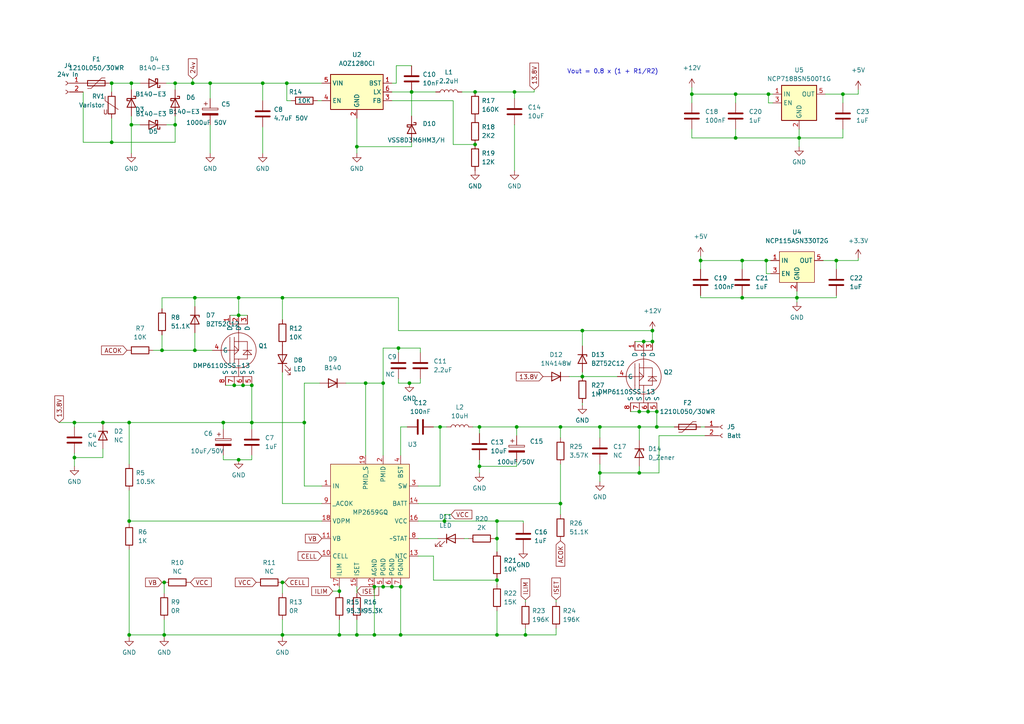
<source format=kicad_sch>
(kicad_sch (version 20230121) (generator eeschema)
  (paper "A4")
  (lib_symbols
    (symbol "Connector:Conn_01x02_Female" (pin_names (offset 1.016) hide)
      (property "Reference" "J" (at 0 2.54 0))
      (property "Value" "Conn_01x02_Female" (at 0 -5.08 0))
      (symbol "Conn_01x02_Female_1_1"
        (pin passive line (at -5.08 0 0) (length 3.81) (name "Pin_1") (number "1"))
        (pin passive line (at -5.08 -2.54 0) (length 3.81) (name "Pin_2") (number "2"))
      )
    )
    (symbol "Device:C" (pin_numbers hide) (pin_names (offset 0.254))
      (property "Reference" "C" (at 0.635 2.54 0))
      (property "Value" "C" (at 0.635 -2.54 0))
      (symbol "C_1_1"
        (pin passive line (at 0 3.81 270) (length 2.794) (name "~") (number "1"))
        (pin passive line (at 0 -3.81 90) (length 2.794) (name "~") (number "2"))
      )
    )
    (symbol "Device:C_Polarized" (pin_numbers hide) (pin_names (offset 0.254))
      (property "Reference" "C" (at 0.635 2.54 0))
      (property "Value" "C_Polarized" (at 0.635 -2.54 0))
      (symbol "C_Polarized_1_1"
        (pin passive line (at 0 3.81 270) (length 2.794) (name "~") (number "1"))
        (pin passive line (at 0 -3.81 90) (length 2.794) (name "~") (number "2"))
      )
    )
    (symbol "Device:D" (pin_numbers hide) (pin_names (offset 1.016) hide)
      (property "Reference" "D" (at 0 2.54 0))
      (property "Value" "D" (at 0 -2.54 0))
      (symbol "D_1_1"
        (pin passive line (at -3.81 0 0) (length 2.54) (name "K") (number "1"))
        (pin passive line (at 3.81 0 180) (length 2.54) (name "A") (number "2"))
      )
    )
    (symbol "Device:D_Schottky" (pin_numbers hide) (pin_names (offset 1.016) hide)
      (property "Reference" "D" (at 0 2.54 0))
      (property "Value" "D_Schottky" (at 0 -2.54 0))
      (symbol "D_Schottky_1_1"
        (pin passive line (at -3.81 0 0) (length 2.54) (name "K") (number "1"))
        (pin passive line (at 3.81 0 180) (length 2.54) (name "A") (number "2"))
      )
    )
    (symbol "Device:D_Zener" (pin_numbers hide) (pin_names (offset 1.016) hide)
      (property "Reference" "D" (at 0 2.54 0))
      (property "Value" "D_Zener" (at 0 -2.54 0))
      (symbol "D_Zener_1_1"
        (pin passive line (at -3.81 0 0) (length 2.54) (name "K") (number "1"))
        (pin passive line (at 3.81 0 180) (length 2.54) (name "A") (number "2"))
      )
    )
    (symbol "Device:L" (pin_numbers hide) (pin_names (offset 1.016) hide)
      (property "Reference" "L" (at -1.27 0 90))
      (property "Value" "L" (at 1.905 0 90))
      (symbol "L_1_1"
        (pin passive line (at 0 3.81 270) (length 1.27) (name "1") (number "1"))
        (pin passive line (at 0 -3.81 90) (length 1.27) (name "2") (number "2"))
      )
    )
    (symbol "Device:LED" (pin_numbers hide) (pin_names (offset 1.016) hide)
      (property "Reference" "D" (at 0 2.54 0))
      (property "Value" "LED" (at 0 -2.54 0))
      (symbol "LED_1_1"
        (pin passive line (at -3.81 0 0) (length 2.54) (name "K") (number "1"))
        (pin passive line (at 3.81 0 180) (length 2.54) (name "A") (number "2"))
      )
    )
    (symbol "Device:Polyfuse" (pin_numbers hide) (pin_names (offset 0))
      (property "Reference" "F" (at -2.54 0 90))
      (property "Value" "Polyfuse" (at 2.54 0 90))
      (symbol "Polyfuse_1_1"
        (pin passive line (at 0 3.81 270) (length 1.27) (name "~") (number "1"))
        (pin passive line (at 0 -3.81 90) (length 1.27) (name "~") (number "2"))
      )
    )
    (symbol "Device:R" (pin_numbers hide) (pin_names (offset 0))
      (property "Reference" "R" (at 2.032 0 90))
      (property "Value" "R" (at 0 0 90))
      (symbol "R_1_1"
        (pin passive line (at 0 3.81 270) (length 1.27) (name "~") (number "1"))
        (pin passive line (at 0 -3.81 90) (length 1.27) (name "~") (number "2"))
      )
    )
    (symbol "Device:Varistor" (pin_numbers hide) (pin_names (offset 0))
      (property "Reference" "RV" (at 3.175 0 90))
      (property "Value" "Varistor" (at -3.175 0 90))
      (symbol "Varistor_0_0"
        (text "U" (at -1.778 -2.032 0) (effects (font (size 1.27 1.27))))
      )
      (symbol "Varistor_1_1"
        (pin passive line (at 0 3.81 270) (length 1.27) (name "~") (number "1"))
        (pin passive line (at 0 -3.81 90) (length 1.27) (name "~") (number "2"))
      )
    )
    (symbol "Diode:B140-E3" (pin_numbers hide) (pin_names hide)
      (property "Reference" "D" (at 0 2.54 0))
      (property "Value" "B140-E3" (at 0 -2.54 0))
      (symbol "B140-E3_1_1"
        (pin passive line (at -3.81 0 0) (length 2.54) (name "K") (number "1"))
        (pin passive line (at 3.81 0 180) (length 2.54) (name "A") (number "2"))
      )
    )
    (symbol "Regulator_Linear:NCP718xSN500"
      (property "Reference" "U" (at -3.81 6.35 0))
      (property "Value" "NCP718xSN500" (at 6.35 6.35 0))
      (symbol "NCP718xSN500_0_1"
        (pin power_in line (at -7.62 2.54 0) (length 2.54) (name "IN") (number "1"))
        (pin power_in line (at 0 -7.62 90) (length 2.54) (name "GND") (number "2"))
        (pin input line (at -7.62 0 0) (length 2.54) (name "EN") (number "3"))
        (pin no_connect line (at 5.08 0 180) (length 2.54) hide (name "NC") (number "4"))
        (pin power_out line (at 7.62 2.54 180) (length 2.54) (name "OUT") (number "5"))
      )
    )
    (symbol "Regulator_Switching:AOZ1280CI"
      (property "Reference" "U" (at -6.35 -6.35 0))
      (property "Value" "AOZ1280CI" (at -2.54 6.35 0))
      (symbol "AOZ1280CI_1_1"
        (pin input line (at 10.16 2.54 180) (length 2.54) (name "BST") (number "1"))
        (pin power_in line (at 0 -7.62 90) (length 2.54) (name "GND") (number "2"))
        (pin input line (at 10.16 -2.54 180) (length 2.54) (name "FB") (number "3"))
        (pin input line (at -10.16 -2.54 0) (length 2.54) (name "EN") (number "4"))
        (pin power_in line (at -10.16 2.54 0) (length 2.54) (name "VIN") (number "5"))
        (pin power_out line (at 10.16 0 180) (length 2.54) (name "LX") (number "6"))
      )
    )
    (symbol "battery_management:MP2659GQ"
      (property "Reference" "U" (at -10.16 17.78 0))
      (property "Value" "MP2659GQ" (at 0 -2.54 0))
      (symbol "MP2659GQ_1_1"
        (pin input line (at -13.97 10.16 0) (length 2.54) (name "IN") (number "1"))
        (pin input line (at -13.97 -10.16 0) (length 2.54) (name "CELL") (number "10"))
        (pin input line (at -13.97 -5.08 0) (length 2.54) (name "VB") (number "11"))
        (pin input line (at 1.27 -19.05 90) (length 2.54) (name "AGND") (number "12"))
        (pin input line (at 13.97 -10.16 180) (length 2.54) (name "NTC") (number "13"))
        (pin input line (at 13.97 5.08 180) (length 2.54) (name "BATT") (number "14"))
        (pin input line (at -3.81 -19.05 90) (length 2.54) (name "ISET") (number "15"))
        (pin input line (at 13.97 0 180) (length 2.54) (name "VCC") (number "16"))
        (pin input line (at -8.89 -19.05 90) (length 2.54) (name "ILIM") (number "17"))
        (pin input line (at -13.97 0 0) (length 2.54) (name "VDPM") (number "18"))
        (pin input line (at -1.27 19.05 270) (length 2.54) (name "PMID_S") (number "19"))
        (pin input line (at 3.81 19.05 270) (length 2.54) (name "PMID") (number "2"))
        (pin input line (at 13.97 10.16 180) (length 2.54) (name "SW") (number "3"))
        (pin input line (at 8.89 19.05 270) (length 2.54) (name "BST") (number "4"))
        (pin input line (at 3.81 -19.05 90) (length 2.54) (name "PGND") (number "5"))
        (pin input line (at 6.35 -19.05 90) (length 2.54) (name "PGND") (number "6"))
        (pin input line (at 8.89 -19.05 90) (length 2.54) (name "PGND") (number "7"))
        (pin input line (at 13.97 -5.08 180) (length 2.54) (name "~STAT") (number "8"))
        (pin input line (at -13.97 5.08 0) (length 2.54) (name "_ACOK") (number "9"))
      )
    )
    (symbol "fets:AM4417P"
      (property "Reference" "Q" (at -10.16 7.62 0))
      (property "Value" "AM4417P" (at 5.08 7.62 0))
      (symbol "AM4417P_1_1"
        (pin input line (at -6.35 10.16 270) (length 2.54) (name "D") (number "1"))
        (pin input line (at -3.81 10.16 270) (length 2.54) (name "D") (number "2"))
        (pin input line (at -1.27 10.16 270) (length 2.54) (name "D") (number "3"))
        (pin input line (at -11.43 0 0) (length 2.54) (name "G") (number "4"))
        (pin input line (at 0 -10.16 90) (length 2.54) (name "S") (number "5"))
        (pin input line (at -2.54 -10.16 90) (length 2.54) (name "S") (number "6"))
        (pin input line (at -5.08 -10.16 90) (length 2.54) (name "S") (number "7"))
        (pin input line (at -7.62 -10.16 90) (length 2.54) (name "S") (number "8"))
      )
    )
    (symbol "ldo:NCP115ASN330T2G"
      (property "Reference" "U" (at -3.81 3.81 0))
      (property "Value" "NCP115ASN330T2G" (at 0 6.35 0))
      (symbol "NCP115ASN330T2G_1_1"
        (pin input line (at -7.62 0 0) (length 2.54) (name "IN") (number "1"))
        (pin input line (at 0 -8.89 90) (length 2.54) (name "GND") (number "2"))
        (pin input line (at -7.62 -3.81 0) (length 2.54) (name "EN") (number "3"))
        (pin input line (at 7.62 0 180) (length 2.54) (name "OUT") (number "5"))
      )
    )
    (symbol "power:+12V" (power) (pin_names (offset 0))
      (property "Value" "+12V" (at 0 3.556 0))
      (symbol "+12V_1_1"
        (pin power_in line (at 0 0 90) (length 0) hide (name "+12V") (number "1"))
      )
    )
    (symbol "power:+3.3V" (power) (pin_names (offset 0))
      (property "Value" "+3.3V" (at 0 3.556 0))
      (symbol "+3.3V_1_1"
        (pin power_in line (at 0 0 90) (length 0) hide (name "+3.3V") (number "1"))
      )
    )
    (symbol "power:+5V" (power) (pin_names (offset 0))
      (property "Value" "+5V" (at 0 3.556 0))
      (symbol "+5V_1_1"
        (pin power_in line (at 0 0 90) (length 0) hide (name "+5V") (number "1"))
      )
    )
    (symbol "power:GND" (power) (pin_names (offset 0))
      (property "Value" "GND" (at 0 -3.81 0))
      (symbol "GND_1_1"
        (pin power_in line (at 0 0 270) (length 0) hide (name "GND") (number "1"))
      )
    )
  )
  (junction (at 139.065 135.255))
  (junction (at 32.385 24.13))
  (junction (at 69.215 91.44))
  (junction (at 32.385 41.275))
  (junction (at 242.57 75.565))
  (junction (at 173.99 123.825))
  (junction (at 37.465 184.15))
  (junction (at 56.515 101.6))
  (junction (at 83.185 24.13))
  (junction (at 56.515 86.36))
  (junction (at 37.465 122.555))
  (junction (at 113.665 170.18))
  (junction (at 111.125 170.18))
  (junction (at 38.1 36.195))
  (junction (at 69.215 133.35))
  (junction (at 144.145 184.15))
  (junction (at 50.8 36.195))
  (junction (at 103.505 42.545))
  (junction (at 98.425 171.45))
  (junction (at 222.885 27.305))
  (junction (at 116.205 170.18))
  (junction (at 81.915 168.91))
  (junction (at 162.56 123.825))
  (junction (at 119.38 26.67))
  (junction (at 162.56 146.05))
  (junction (at 118.745 111.125))
  (junction (at 50.8 24.13))
  (junction (at 215.265 86.36))
  (junction (at 200.66 27.305))
  (junction (at 81.915 184.15))
  (junction (at 106.045 111.125))
  (junction (at 127.635 123.825))
  (junction (at 73.025 122.555))
  (junction (at 222.25 75.565))
  (junction (at 186.69 99.06))
  (junction (at 115.57 100.965))
  (junction (at 137.795 26.67))
  (junction (at 185.42 137.16))
  (junction (at 37.465 151.13))
  (junction (at 149.225 26.67))
  (junction (at 144.145 156.21))
  (junction (at 108.585 170.18))
  (junction (at 244.475 27.305))
  (junction (at 128.905 151.13))
  (junction (at 231.775 40.005))
  (junction (at 168.91 95.885))
  (junction (at 21.59 132.715))
  (junction (at 189.23 95.885))
  (junction (at 21.59 122.555))
  (junction (at 190.5 119.38))
  (junction (at 213.36 40.005))
  (junction (at 69.215 86.36))
  (junction (at 38.1 24.13))
  (junction (at 215.265 75.565))
  (junction (at 47.625 168.91))
  (junction (at 76.2 24.13))
  (junction (at 231.14 86.36))
  (junction (at 98.425 184.15))
  (junction (at 55.88 24.13))
  (junction (at 144.145 168.275))
  (junction (at 185.42 123.825))
  (junction (at 189.23 99.06))
  (junction (at 81.915 86.36))
  (junction (at 111.125 111.125))
  (junction (at 73.025 111.76))
  (junction (at 67.945 111.76))
  (junction (at 64.77 122.555))
  (junction (at 190.5 123.825))
  (junction (at 139.065 123.825))
  (junction (at 168.91 109.22))
  (junction (at 185.42 119.38))
  (junction (at 88.265 122.555))
  (junction (at 173.99 137.16))
  (junction (at 116.205 184.15))
  (junction (at 103.505 184.15))
  (junction (at 187.96 119.38))
  (junction (at 152.4 184.15))
  (junction (at 70.485 111.76))
  (junction (at 108.585 184.15))
  (junction (at 47.625 184.15))
  (junction (at 46.99 101.6))
  (junction (at 137.795 41.91))
  (junction (at 29.845 122.555))
  (junction (at 213.36 27.305))
  (junction (at 203.2 75.565))
  (junction (at 149.86 123.825))
  (junction (at 144.145 151.13))
  (junction (at 60.96 24.13))
  (wire (pts (xy 231.775 40.005) (xy 244.475 40.005)))
  (wire (pts (xy 106.045 111.125) (xy 111.125 111.125)))
  (wire (pts (xy 139.065 133.35) (xy 139.065 135.255)))
  (wire (pts (xy 149.86 123.825) (xy 139.065 123.825)))
  (wire (pts (xy 119.38 26.67) (xy 119.38 33.655)))
  (wire (pts (xy 55.88 22.86) (xy 55.88 24.13)))
  (wire (pts (xy 222.25 79.375) (xy 223.52 79.375)))
  (wire (pts (xy 149.86 126.365) (xy 149.86 123.825)))
  (wire (pts (xy 100.33 111.125) (xy 106.045 111.125)))
  (wire (pts (xy 98.425 170.18) (xy 98.425 171.45)))
  (wire (pts (xy 151.765 151.13) (xy 144.145 151.13)))
  (wire (pts (xy 231.14 86.36) (xy 215.265 86.36)))
  (wire (pts (xy 222.25 75.565) (xy 222.25 79.375)))
  (wire (pts (xy 47.625 168.91) (xy 46.99 168.91)))
  (wire (pts (xy 38.1 24.13) (xy 40.64 24.13)))
  (wire (pts (xy 190.5 123.825) (xy 195.58 123.825)))
  (wire (pts (xy 248.92 75.565) (xy 242.57 75.565)))
  (wire (pts (xy 152.4 173.99) (xy 152.4 174.625)))
  (wire (pts (xy 125.73 161.29) (xy 125.73 168.275)))
  (wire (pts (xy 244.475 27.305) (xy 239.395 27.305)))
  (wire (pts (xy 144.145 168.275) (xy 144.145 167.64)))
  (wire (pts (xy 69.215 86.36) (xy 81.915 86.36)))
  (wire (pts (xy 222.885 27.305) (xy 213.36 27.305)))
  (wire (pts (xy 47.625 184.15) (xy 81.915 184.15)))
  (wire (pts (xy 21.59 131.445) (xy 21.59 132.715)))
  (wire (pts (xy 76.2 24.13) (xy 83.185 24.13)))
  (wire (pts (xy 81.915 184.15) (xy 81.915 184.785)))
  (wire (pts (xy 149.86 135.255) (xy 149.86 133.985)))
  (wire (pts (xy 144.145 184.15) (xy 116.205 184.15)))
  (wire (pts (xy 185.42 119.38) (xy 187.96 119.38)))
  (wire (pts (xy 115.57 111.125) (xy 118.745 111.125)))
  (wire (pts (xy 50.8 36.195) (xy 50.8 41.275)))
  (wire (pts (xy 47.625 179.705) (xy 47.625 184.15)))
  (wire (pts (xy 162.56 123.825) (xy 162.56 127)))
  (wire (pts (xy 213.36 40.005) (xy 231.775 40.005)))
  (wire (pts (xy 231.14 86.36) (xy 231.14 87.63)))
  (wire (pts (xy 64.77 132.08) (xy 64.77 133.35)))
  (wire (pts (xy 66.675 91.44) (xy 69.215 91.44)))
  (wire (pts (xy 133.985 26.67) (xy 137.795 26.67)))
  (wire (pts (xy 168.91 95.885) (xy 168.91 100.33)))
  (wire (pts (xy 139.065 135.255) (xy 139.065 137.16)))
  (wire (pts (xy 56.515 88.9) (xy 56.515 86.36)))
  (wire (pts (xy 83.185 29.21) (xy 83.185 24.13)))
  (wire (pts (xy 186.69 99.06) (xy 189.23 99.06)))
  (wire (pts (xy 108.585 170.18) (xy 108.585 184.15)))
  (wire (pts (xy 60.96 24.13) (xy 60.96 28.575)))
  (wire (pts (xy 231.775 40.005) (xy 231.775 42.545)))
  (wire (pts (xy 88.265 140.97) (xy 93.345 140.97)))
  (wire (pts (xy 121.285 161.29) (xy 125.73 161.29)))
  (wire (pts (xy 115.57 86.36) (xy 115.57 95.885)))
  (wire (pts (xy 161.29 184.15) (xy 152.4 184.15)))
  (wire (pts (xy 73.025 124.46) (xy 73.025 122.555)))
  (wire (pts (xy 76.2 36.83) (xy 76.2 44.45)))
  (wire (pts (xy 119.38 19.05) (xy 114.935 19.05)))
  (wire (pts (xy 88.265 111.125) (xy 88.265 122.555)))
  (wire (pts (xy 47.625 184.15) (xy 47.625 184.785)))
  (wire (pts (xy 38.1 36.195) (xy 38.1 33.655)))
  (wire (pts (xy 37.465 184.15) (xy 47.625 184.15)))
  (wire (pts (xy 108.585 170.18) (xy 111.125 170.18)))
  (wire (pts (xy 213.36 37.465) (xy 213.36 40.005)))
  (wire (pts (xy 32.385 34.29) (xy 32.385 41.275)))
  (wire (pts (xy 231.14 84.455) (xy 231.14 86.36)))
  (wire (pts (xy 144.145 156.21) (xy 144.145 160.02)))
  (wire (pts (xy 32.385 24.13) (xy 32.385 26.67)))
  (wire (pts (xy 65.405 111.76) (xy 67.945 111.76)))
  (wire (pts (xy 125.73 123.825) (xy 127.635 123.825)))
  (wire (pts (xy 37.465 159.385) (xy 37.465 184.15)))
  (wire (pts (xy 69.215 91.44) (xy 69.215 86.36)))
  (wire (pts (xy 200.66 25.4) (xy 200.66 27.305)))
  (wire (pts (xy 149.225 36.195) (xy 149.225 49.53)))
  (wire (pts (xy 191.135 137.16) (xy 185.42 137.16)))
  (wire (pts (xy 73.025 122.555) (xy 64.77 122.555)))
  (wire (pts (xy 69.215 91.44) (xy 71.755 91.44)))
  (wire (pts (xy 116.205 184.15) (xy 116.205 170.18)))
  (wire (pts (xy 213.36 27.305) (xy 213.36 29.845)))
  (wire (pts (xy 231.14 86.36) (xy 242.57 86.36)))
  (wire (pts (xy 143.51 156.21) (xy 144.145 156.21)))
  (wire (pts (xy 88.265 122.555) (xy 88.265 140.97)))
  (wire (pts (xy 222.25 75.565) (xy 223.52 75.565)))
  (wire (pts (xy 81.915 146.05) (xy 93.345 146.05)))
  (wire (pts (xy 113.665 170.18) (xy 116.205 170.18)))
  (wire (pts (xy 29.845 132.715) (xy 29.845 130.175)))
  (wire (pts (xy 185.42 127.635) (xy 185.42 123.825)))
  (wire (pts (xy 139.065 135.255) (xy 149.86 135.255)))
  (wire (pts (xy 48.26 36.195) (xy 50.8 36.195)))
  (wire (pts (xy 119.38 26.67) (xy 126.365 26.67)))
  (wire (pts (xy 115.57 95.885) (xy 168.91 95.885)))
  (wire (pts (xy 98.425 171.45) (xy 98.425 172.085)))
  (wire (pts (xy 184.15 99.06) (xy 186.69 99.06)))
  (wire (pts (xy 83.185 24.13) (xy 93.345 24.13)))
  (wire (pts (xy 108.585 184.15) (xy 103.505 184.15)))
  (wire (pts (xy 81.915 107.95) (xy 81.915 146.05)))
  (wire (pts (xy 108.585 184.15) (xy 116.205 184.15)))
  (wire (pts (xy 98.425 179.705) (xy 98.425 184.15)))
  (wire (pts (xy 144.145 168.275) (xy 144.145 169.545)))
  (wire (pts (xy 64.77 122.555) (xy 64.77 124.46)))
  (wire (pts (xy 231.775 37.465) (xy 231.775 40.005)))
  (wire (pts (xy 38.1 36.195) (xy 38.1 44.45)))
  (wire (pts (xy 215.265 85.725) (xy 215.265 86.36)))
  (wire (pts (xy 203.2 75.565) (xy 203.2 78.105)))
  (wire (pts (xy 165.1 109.22) (xy 168.91 109.22)))
  (wire (pts (xy 31.75 24.13) (xy 32.385 24.13)))
  (wire (pts (xy 81.915 168.91) (xy 81.915 172.085)))
  (wire (pts (xy 115.57 100.965) (xy 111.125 100.965)))
  (wire (pts (xy 70.485 111.76) (xy 73.025 111.76)))
  (wire (pts (xy 213.36 27.305) (xy 200.66 27.305)))
  (wire (pts (xy 24.13 41.275) (xy 24.13 26.67)))
  (wire (pts (xy 69.215 133.35) (xy 73.025 133.35)))
  (wire (pts (xy 46.99 86.36) (xy 56.515 86.36)))
  (wire (pts (xy 187.96 119.38) (xy 190.5 119.38)))
  (wire (pts (xy 127.635 123.825) (xy 129.54 123.825)))
  (wire (pts (xy 131.445 29.21) (xy 113.665 29.21)))
  (wire (pts (xy 168.91 109.22) (xy 179.07 109.22)))
  (wire (pts (xy 139.065 123.825) (xy 137.16 123.825)))
  (wire (pts (xy 130.81 149.225) (xy 128.905 149.225)))
  (wire (pts (xy 73.025 133.35) (xy 73.025 132.08)))
  (wire (pts (xy 203.2 85.725) (xy 203.2 86.36)))
  (wire (pts (xy 76.2 29.21) (xy 76.2 24.13)))
  (wire (pts (xy 162.56 123.825) (xy 149.86 123.825)))
  (wire (pts (xy 29.845 122.555) (xy 37.465 122.555)))
  (wire (pts (xy 73.025 122.555) (xy 88.265 122.555)))
  (wire (pts (xy 144.145 151.13) (xy 128.905 151.13)))
  (wire (pts (xy 215.265 75.565) (xy 222.25 75.565)))
  (wire (pts (xy 238.76 75.565) (xy 242.57 75.565)))
  (wire (pts (xy 81.915 86.36) (xy 81.915 92.71)))
  (wire (pts (xy 144.145 156.21) (xy 144.145 151.13)))
  (wire (pts (xy 185.42 137.16) (xy 173.99 137.16)))
  (wire (pts (xy 149.225 26.67) (xy 137.795 26.67)))
  (wire (pts (xy 203.2 123.825) (xy 204.47 123.825)))
  (wire (pts (xy 103.505 170.18) (xy 103.505 172.085)))
  (wire (pts (xy 82.55 168.91) (xy 81.915 168.91)))
  (wire (pts (xy 106.045 132.08) (xy 106.045 111.125)))
  (wire (pts (xy 111.125 100.965) (xy 111.125 111.125)))
  (wire (pts (xy 44.45 101.6) (xy 46.99 101.6)))
  (wire (pts (xy 114.935 24.13) (xy 113.665 24.13)))
  (wire (pts (xy 127.635 123.825) (xy 127.635 140.97)))
  (wire (pts (xy 203.2 74.295) (xy 203.2 75.565)))
  (wire (pts (xy 134.62 156.21) (xy 135.89 156.21)))
  (wire (pts (xy 121.92 111.125) (xy 121.92 109.855)))
  (wire (pts (xy 248.92 26.035) (xy 248.92 27.305)))
  (wire (pts (xy 248.92 74.93) (xy 248.92 75.565)))
  (wire (pts (xy 222.885 29.845) (xy 224.155 29.845)))
  (wire (pts (xy 162.56 134.62) (xy 162.56 146.05)))
  (wire (pts (xy 121.92 102.235) (xy 121.92 100.965)))
  (wire (pts (xy 203.2 75.565) (xy 215.265 75.565)))
  (wire (pts (xy 114.935 19.05) (xy 114.935 24.13)))
  (wire (pts (xy 161.29 173.99) (xy 161.29 174.625)))
  (wire (pts (xy 191.135 126.365) (xy 204.47 126.365)))
  (wire (pts (xy 149.225 28.575) (xy 149.225 26.67)))
  (wire (pts (xy 173.99 123.825) (xy 162.56 123.825)))
  (wire (pts (xy 128.905 151.13) (xy 121.285 151.13)))
  (wire (pts (xy 185.42 123.825) (xy 190.5 123.825)))
  (wire (pts (xy 92.71 111.125) (xy 88.265 111.125)))
  (wire (pts (xy 50.8 33.655) (xy 50.8 36.195)))
  (wire (pts (xy 73.025 111.76) (xy 73.025 122.555)))
  (wire (pts (xy 21.59 122.555) (xy 29.845 122.555)))
  (wire (pts (xy 116.205 123.825) (xy 118.11 123.825)))
  (wire (pts (xy 128.905 149.225) (xy 128.905 151.13)))
  (wire (pts (xy 24.13 41.275) (xy 32.385 41.275)))
  (wire (pts (xy 64.77 133.35) (xy 69.215 133.35)))
  (wire (pts (xy 115.57 100.965) (xy 115.57 102.235)))
  (wire (pts (xy 55.88 24.13) (xy 60.96 24.13)))
  (wire (pts (xy 244.475 27.305) (xy 244.475 29.845)))
  (wire (pts (xy 47.625 172.085) (xy 47.625 168.91)))
  (wire (pts (xy 248.92 27.305) (xy 244.475 27.305)))
  (wire (pts (xy 50.8 24.13) (xy 55.88 24.13)))
  (wire (pts (xy 244.475 37.465) (xy 244.475 40.005)))
  (wire (pts (xy 168.91 95.885) (xy 189.23 95.885)))
  (wire (pts (xy 121.92 100.965) (xy 115.57 100.965)))
  (wire (pts (xy 17.145 122.555) (xy 21.59 122.555)))
  (wire (pts (xy 98.425 184.15) (xy 103.505 184.15)))
  (wire (pts (xy 173.99 137.16) (xy 173.99 139.7)))
  (wire (pts (xy 93.345 29.21) (xy 92.075 29.21)))
  (wire (pts (xy 37.465 134.62) (xy 37.465 122.555)))
  (wire (pts (xy 222.885 27.305) (xy 222.885 29.845)))
  (wire (pts (xy 151.765 151.765) (xy 151.765 151.13)))
  (wire (pts (xy 173.99 134.62) (xy 173.99 137.16)))
  (wire (pts (xy 152.4 184.15) (xy 144.145 184.15)))
  (wire (pts (xy 191.135 126.365) (xy 191.135 137.16)))
  (wire (pts (xy 116.205 132.08) (xy 116.205 123.825)))
  (wire (pts (xy 137.795 41.91) (xy 131.445 41.91)))
  (wire (pts (xy 168.91 116.84) (xy 168.91 117.475)))
  (wire (pts (xy 111.125 170.18) (xy 113.665 170.18)))
  (wire (pts (xy 103.505 184.15) (xy 103.505 179.705)))
  (wire (pts (xy 161.29 182.245) (xy 161.29 184.15)))
  (wire (pts (xy 162.56 146.05) (xy 162.56 149.225)))
  (wire (pts (xy 154.94 26.035) (xy 154.94 26.67)))
  (wire (pts (xy 121.285 146.05) (xy 162.56 146.05)))
  (wire (pts (xy 224.155 27.305) (xy 222.885 27.305)))
  (wire (pts (xy 81.915 86.36) (xy 115.57 86.36)))
  (wire (pts (xy 131.445 41.91) (xy 131.445 29.21)))
  (wire (pts (xy 189.23 95.885) (xy 189.23 99.06)))
  (wire (pts (xy 37.465 151.13) (xy 37.465 151.765)))
  (wire (pts (xy 200.66 37.465) (xy 200.66 40.005)))
  (wire (pts (xy 56.515 86.36) (xy 69.215 86.36)))
  (wire (pts (xy 81.915 184.15) (xy 98.425 184.15)))
  (wire (pts (xy 119.38 42.545) (xy 103.505 42.545)))
  (wire (pts (xy 21.59 132.715) (xy 29.845 132.715)))
  (wire (pts (xy 190.5 119.38) (xy 190.5 123.825)))
  (wire (pts (xy 215.265 75.565) (xy 215.265 78.105)))
  (wire (pts (xy 242.57 85.725) (xy 242.57 86.36)))
  (wire (pts (xy 125.73 168.275) (xy 144.145 168.275)))
  (wire (pts (xy 127.635 140.97) (xy 121.285 140.97)))
  (wire (pts (xy 200.66 27.305) (xy 200.66 29.845)))
  (wire (pts (xy 60.96 24.13) (xy 76.2 24.13)))
  (wire (pts (xy 190.5 118.745) (xy 190.5 119.38)))
  (wire (pts (xy 185.42 135.255) (xy 185.42 137.16)))
  (wire (pts (xy 37.465 122.555) (xy 64.77 122.555)))
  (wire (pts (xy 37.465 184.15) (xy 37.465 184.785)))
  (wire (pts (xy 50.8 41.275) (xy 32.385 41.275)))
  (wire (pts (xy 144.145 177.165) (xy 144.145 184.15)))
  (wire (pts (xy 56.515 96.52) (xy 56.515 101.6)))
  (wire (pts (xy 242.57 75.565) (xy 242.57 78.105)))
  (wire (pts (xy 103.505 34.29) (xy 103.505 42.545)))
  (wire (pts (xy 21.59 123.825) (xy 21.59 122.555)))
  (wire (pts (xy 119.38 41.275) (xy 119.38 42.545)))
  (wire (pts (xy 37.465 151.13) (xy 93.345 151.13)))
  (wire (pts (xy 37.465 142.24) (xy 37.465 151.13)))
  (wire (pts (xy 121.285 156.21) (xy 127 156.21)))
  (wire (pts (xy 115.57 109.855) (xy 115.57 111.125)))
  (wire (pts (xy 96.52 171.45) (xy 98.425 171.45)))
  (wire (pts (xy 84.455 29.21) (xy 83.185 29.21)))
  (wire (pts (xy 56.515 101.6) (xy 61.595 101.6)))
  (wire (pts (xy 32.385 24.13) (xy 38.1 24.13)))
  (wire (pts (xy 118.745 111.125) (xy 121.92 111.125)))
  (wire (pts (xy 21.59 132.715) (xy 21.59 135.255)))
  (wire (pts (xy 111.125 111.125) (xy 111.125 132.08)))
  (wire (pts (xy 38.1 24.13) (xy 38.1 26.035)))
  (wire (pts (xy 154.94 26.67) (xy 149.225 26.67)))
  (wire (pts (xy 60.96 36.195) (xy 60.96 44.45)))
  (wire (pts (xy 50.8 26.035) (xy 50.8 24.13)))
  (wire (pts (xy 215.265 86.36) (xy 203.2 86.36)))
  (wire (pts (xy 200.66 40.005) (xy 213.36 40.005)))
  (wire (pts (xy 67.945 111.76) (xy 70.485 111.76)))
  (wire (pts (xy 56.515 101.6) (xy 46.99 101.6)))
  (wire (pts (xy 152.4 182.245) (xy 152.4 184.15)))
  (wire (pts (xy 103.505 42.545) (xy 103.505 44.45)))
  (wire (pts (xy 139.065 123.825) (xy 139.065 125.73)))
  (wire (pts (xy 50.8 24.13) (xy 48.26 24.13)))
  (wire (pts (xy 182.88 119.38) (xy 185.42 119.38)))
  (wire (pts (xy 46.99 89.535) (xy 46.99 86.36)))
  (wire (pts (xy 173.99 127) (xy 173.99 123.825)))
  (wire (pts (xy 113.665 26.67) (xy 119.38 26.67)))
  (wire (pts (xy 185.42 123.825) (xy 173.99 123.825)))
  (wire (pts (xy 168.91 107.95) (xy 168.91 109.22)))
  (wire (pts (xy 46.99 101.6) (xy 46.99 97.155)))
  (wire (pts (xy 40.64 36.195) (xy 38.1 36.195)))
  (wire (pts (xy 81.915 179.705) (xy 81.915 184.15)))
  (text "Vout = 0.8 x (1 + R1/R2)" (at 164.465 21.59 0) (effects (font (size 1.27 1.27)) (justify left bottom)))
  (global_label "13.8V" (shape input) (at 157.48 109.22 180) (property "Intersheetrefs" "${INTERSHEET_REFS}" (effects hide)))
  (global_label "24v" (shape input) (at 55.88 22.86 90) (property "Intersheetrefs" "${INTERSHEET_REFS}" (effects hide)))
  (global_label "ACOK" (shape input) (at 36.83 101.6 180) (property "Intersheetrefs" "${INTERSHEET_REFS}" (effects hide)))
  (global_label "VCC" (shape input) (at 130.81 149.225 0) (property "Intersheetrefs" "${INTERSHEET_REFS}" (effects hide)))
  (global_label "VB" (shape input) (at 93.345 156.21 180) (property "Intersheetrefs" "${INTERSHEET_REFS}" (effects hide)))
  (global_label "13.8V" (shape input) (at 154.94 26.035 90) (property "Intersheetrefs" "${INTERSHEET_REFS}" (effects hide)))
  (global_label "ACOK" (shape input) (at 162.56 156.845 270) (property "Intersheetrefs" "${INTERSHEET_REFS}" (effects hide)))
  (global_label "ILIM" (shape input) (at 152.4 173.99 90) (property "Intersheetrefs" "${INTERSHEET_REFS}" (effects hide)))
  (global_label "CELL" (shape input) (at 93.345 161.29 180) (property "Intersheetrefs" "${INTERSHEET_REFS}" (effects hide)))
  (global_label "ISET" (shape input) (at 103.505 171.45 0) (property "Intersheetrefs" "${INTERSHEET_REFS}" (effects hide)))
  (global_label "CELL" (shape input) (at 82.55 168.91 0) (property "Intersheetrefs" "${INTERSHEET_REFS}" (effects hide)))
  (global_label "ISET" (shape input) (at 161.29 173.99 90) (property "Intersheetrefs" "${INTERSHEET_REFS}" (effects hide)))
  (global_label "VCC" (shape input) (at 74.295 168.91 180) (property "Intersheetrefs" "${INTERSHEET_REFS}" (effects hide)))
  (global_label "13.8V" (shape input) (at 17.145 122.555 90) (property "Intersheetrefs" "${INTERSHEET_REFS}" (effects hide)))
  (global_label "VB" (shape input) (at 46.99 168.91 180) (property "Intersheetrefs" "${INTERSHEET_REFS}" (effects hide)))
  (global_label "VCC" (shape input) (at 55.245 168.91 0) (property "Intersheetrefs" "${INTERSHEET_REFS}" (effects hide)))
  (global_label "ILIM" (shape input) (at 96.52 171.45 180) (property "Intersheetrefs" "${INTERSHEET_REFS}" (effects hide)))
  (symbol (lib_id "power:GND") (at 151.765 159.385 0) (unit 1)
    (property "Reference" "#PWR0127" (effects hide))
    (property "Value" "GND" (at 151.765 163.83 0))
  )
  (symbol (lib_id "power:GND") (at 149.225 49.53 0) (unit 1)
    (property "Reference" "#PWR0134" (effects hide))
    (property "Value" "GND" (at 149.225 53.975 0))
  )
  (symbol (lib_id "power:GND") (at 47.625 184.785 0) (unit 1)
    (property "Reference" "#PWR0123" (effects hide))
    (property "Value" "GND" (at 47.625 189.23 0))
  )
  (symbol (lib_id "power:GND") (at 81.915 184.785 0) (unit 1)
    (property "Reference" "#PWR0125" (effects hide))
    (property "Value" "GND" (at 81.915 189.23 0))
  )
  (symbol (lib_id "Device:C") (at 21.59 127.635 180) (unit 1)
    (property "Reference" "C4" (at 25.4 126.3649 0) (effects (justify right)))
    (property "Value" "NC" (at 25.4 128.9049 0) (effects (justify right)))
    (property "Footprint" "Capacitor_SMD:C_0603_1608Metric" (effects hide))
  )
  (symbol (lib_id "power:GND") (at 76.2 44.45 0) (unit 1)
    (property "Reference" "#PWR0130" (effects hide))
    (property "Value" "GND" (at 76.2 48.895 0))
  )
  (symbol (lib_id "Device:C") (at 173.99 130.81 180) (unit 1)
    (property "Reference" "C17" (at 177.8 129.5399 0) (effects (justify right)))
    (property "Value" "NC" (at 177.8 132.0799 0) (effects (justify right)))
    (property "Footprint" "Capacitor_SMD:C_0603_1608Metric" (effects hide))
  )
  (symbol (lib_id "Connector:Conn_01x02_Female") (at 19.05 24.13 0) (mirror y) (unit 1)
    (property "Reference" "J4" (at 19.685 19.05 0))
    (property "Value" "24v In" (at 19.685 21.59 0))
    (property "Footprint" "Connector_Phoenix_MSTB:PhoenixContact_MSTBVA_2,5_2-G_1x02_P5.00mm_Vertical" (effects hide))
  )
  (symbol (lib_id "Device:D_Zener") (at 56.515 92.71 270) (unit 1)
    (property "Reference" "D7" (at 59.69 91.4399 90) (effects (justify left)))
    (property "Value" "BZT52C12" (at 59.69 93.9799 90) (effects (justify left)))
    (property "Footprint" "Diode_SMD:D_SOD-123" (effects hide))
  )
  (symbol (lib_id "power:GND") (at 60.96 44.45 0) (unit 1)
    (property "Reference" "#PWR0129" (effects hide))
    (property "Value" "GND" (at 60.96 48.895 0))
  )
  (symbol (lib_id "Device:R") (at 37.465 155.575 0) (unit 1)
    (property "Reference" "R6" (at 40.005 154.3049 0) (effects (justify left)))
    (property "Value" "1K" (at 40.005 156.8449 0) (effects (justify left)))
    (property "Footprint" "Resistor_SMD:R_0603_1608Metric_Pad0.98x0.95mm_HandSolder" (effects hide))
  )
  (symbol (lib_id "Device:D_Zener") (at 168.91 104.14 270) (unit 1)
    (property "Reference" "D13" (at 171.45 102.8699 90) (effects (justify left)))
    (property "Value" "BZT52C12" (at 171.45 105.4099 90) (effects (justify left)))
    (property "Footprint" "Diode_SMD:D_SOD-123" (effects hide))
  )
  (symbol (lib_id "Device:C") (at 213.36 33.655 0) (unit 1)
    (property "Reference" "C20" (at 217.17 32.3849 0) (effects (justify left)))
    (property "Value" "1uF" (at 217.17 34.9249 0) (effects (justify left)))
    (property "Footprint" "Capacitor_SMD:C_0603_1608Metric_Pad1.08x0.95mm_HandSolder" (effects hide))
  )
  (symbol (lib_id "fets:AM4417P") (at 190.5 109.22 0) (unit 1)
    (property "Reference" "Q2" (at 192.405 107.9499 0) (effects (justify left)))
    (property "Value" "DMP6110SSS-13" (at 173.355 113.665 0) (effects (justify left)))
    (property "Footprint" "Package_SO:SO-8_3.9x4.9mm_P1.27mm" (effects hide))
  )
  (symbol (lib_id "Device:C") (at 149.225 32.385 0) (unit 1)
    (property "Reference" "C14" (at 153.035 31.1149 0) (effects (justify left)))
    (property "Value" "10uF" (at 153.035 33.6549 0) (effects (justify left)))
    (property "Footprint" "Capacitor_SMD:C_0603_1608Metric" (effects hide))
  )
  (symbol (lib_id "Device:C_Polarized") (at 149.86 130.175 0) (unit 1)
    (property "Reference" "C15" (at 153.67 128.0159 0) (effects (justify left)))
    (property "Value" "100uF/50V" (at 144.145 133.985 0) (effects (justify left)))
    (property "Footprint" "Capacitor_SMD:CP_Elec_8x6.9" (effects hide))
  )
  (symbol (lib_id "power:+12V") (at 200.66 25.4 0) (unit 1)
    (property "Reference" "#PWR0122" (effects hide))
    (property "Value" "+12V" (at 200.66 19.685 0))
  )
  (symbol (lib_id "Device:D_Schottky") (at 119.38 37.465 270) (unit 1)
    (property "Reference" "D10" (at 122.555 35.8774 90) (effects (justify left)))
    (property "Value" "VSS8D3M6HM3/H" (at 112.395 40.64 90) (effects (justify left)))
    (property "Footprint" "diodes_ge:DO-221AD" (effects hide))
  )
  (symbol (lib_id "Device:C") (at 151.765 155.575 180) (unit 1)
    (property "Reference" "C16" (at 154.94 154.3049 0) (effects (justify right)))
    (property "Value" "1uF" (at 154.94 156.8449 0) (effects (justify right)))
    (property "Footprint" "Capacitor_SMD:C_0603_1608Metric" (effects hide))
  )
  (symbol (lib_id "power:+3.3V") (at 248.92 74.93 0) (unit 1)
    (property "Reference" "#PWR0120" (effects hide))
    (property "Value" "+3.3V" (at 248.92 69.85 0))
  )
  (symbol (lib_id "Device:R") (at 98.425 175.895 0) (unit 1)
    (property "Reference" "R15" (at 100.33 174.6249 0) (effects (justify left)))
    (property "Value" "95.3K" (at 100.33 177.1649 0) (effects (justify left)))
    (property "Footprint" "Resistor_SMD:R_0603_1608Metric_Pad0.98x0.95mm_HandSolder" (effects hide))
  )
  (symbol (lib_id "power:GND") (at 38.1 44.45 0) (unit 1)
    (property "Reference" "#PWR0135" (effects hide))
    (property "Value" "GND" (at 38.1 48.895 0))
  )
  (symbol (lib_id "Device:C") (at 215.265 81.915 0) (unit 1)
    (property "Reference" "C21" (at 219.075 80.6449 0) (effects (justify left)))
    (property "Value" "1uF" (at 219.075 83.1849 0) (effects (justify left)))
    (property "Footprint" "Capacitor_SMD:C_0603_1608Metric_Pad1.08x0.95mm_HandSolder" (effects hide))
  )
  (symbol (lib_id "Device:D_Zener") (at 185.42 131.445 270) (unit 1)
    (property "Reference" "D14" (at 187.96 130.1749 90) (effects (justify left)))
    (property "Value" "D_Zener" (at 187.96 132.7149 90) (effects (justify left)))
    (property "Footprint" "Diode_SMD:D_SOD-123" (effects hide))
  )
  (symbol (lib_id "Device:R") (at 103.505 175.895 0) (unit 1)
    (property "Reference" "R16" (at 105.41 174.6249 0) (effects (justify left)))
    (property "Value" "95.3K" (at 105.41 177.1649 0) (effects (justify left)))
    (property "Footprint" "Resistor_SMD:R_0603_1608Metric_Pad0.98x0.95mm_HandSolder" (effects hide))
  )
  (symbol (lib_id "Device:R") (at 137.795 38.1 0) (unit 1)
    (property "Reference" "R18" (at 139.7 36.8299 0) (effects (justify left)))
    (property "Value" "2K2" (at 139.7 39.3699 0) (effects (justify left)))
    (property "Footprint" "Resistor_SMD:R_0603_1608Metric_Pad0.98x0.95mm_HandSolder" (effects hide))
  )
  (symbol (lib_id "Device:R") (at 161.29 178.435 0) (unit 1)
    (property "Reference" "R24" (at 163.195 177.1649 0) (effects (justify left)))
    (property "Value" "196K" (at 163.195 179.7049 0) (effects (justify left)))
    (property "Footprint" "Resistor_SMD:R_0603_1608Metric_Pad0.98x0.95mm_HandSolder" (effects hide))
  )
  (symbol (lib_id "power:GND") (at 103.505 44.45 0) (unit 1)
    (property "Reference" "#PWR0132" (effects hide))
    (property "Value" "GND" (at 103.505 48.895 0))
  )
  (symbol (lib_id "battery_management:MP2659GQ") (at 107.315 151.13 0) (unit 1)
    (property "Reference" "U3" (at 118.2244 128.905 0) (effects (justify left)))
    (property "Value" "MP2659GQ" (at 102.235 148.59 0) (effects (justify left)))
    (property "Footprint" "MP2659:QFN-19_MP2659_MNP" (effects hide))
  )
  (symbol (lib_id "Diode:B140-E3") (at 50.8 29.845 270) (unit 1)
    (property "Reference" "D6" (at 53.975 28.2574 90) (effects (justify left)))
    (property "Value" "B140-E3" (at 48.895 32.385 90) (effects (justify left)))
    (property "Footprint" "Diode_SMD:D_SMA" (effects hide))
    (property "Datasheet" "http://www.vishay.com/docs/88946/b120.pdf" (effects hide))
  )
  (symbol (lib_id "power:GND") (at 21.59 135.255 0) (unit 1)
    (property "Reference" "#PWR0131" (effects hide))
    (property "Value" "GND" (at 21.59 139.7 0))
  )
  (symbol (lib_id "Device:LED") (at 130.81 156.21 0) (unit 1)
    (property "Reference" "D11" (at 129.2225 149.86 0))
    (property "Value" "LED" (at 129.2225 152.4 0))
    (property "Footprint" "LED_SMD:LED_0603_1608Metric_Pad1.05x0.95mm_HandSolder" (effects hide))
  )
  (symbol (lib_id "Device:C") (at 119.38 22.86 0) (unit 1)
    (property "Reference" "C10" (at 122.555 21.5899 0) (effects (justify left)))
    (property "Value" "10nF" (at 122.555 24.1299 0) (effects (justify left)))
    (property "Footprint" "Capacitor_SMD:C_0603_1608Metric" (effects hide))
  )
  (symbol (lib_id "Device:R") (at 88.265 29.21 90) (unit 1)
    (property "Reference" "R14" (at 85.725 26.67 90))
    (property "Value" "10K" (at 88.265 29.21 90))
    (property "Footprint" "Resistor_SMD:R_0603_1608Metric_Pad0.98x0.95mm_HandSolder" (effects hide))
  )
  (symbol (lib_id "Device:R") (at 81.915 96.52 0) (unit 1)
    (property "Reference" "R12" (at 83.82 95.2499 0) (effects (justify left)))
    (property "Value" "10K" (at 83.82 97.7899 0) (effects (justify left)))
    (property "Footprint" "Resistor_SMD:R_0603_1608Metric_Pad0.98x0.95mm_HandSolder" (effects hide))
  )
  (symbol (lib_id "Device:R") (at 51.435 168.91 90) (unit 1)
    (property "Reference" "R10" (at 51.435 163.195 90))
    (property "Value" "NC" (at 51.435 165.735 90))
    (property "Footprint" "Resistor_SMD:R_0603_1608Metric_Pad0.98x0.95mm_HandSolder" (effects hide))
  )
  (symbol (lib_id "power:GND") (at 173.99 139.7 0) (unit 1)
    (property "Reference" "#PWR0119" (effects hide))
    (property "Value" "GND" (at 173.99 144.145 0))
  )
  (symbol (lib_id "power:GND") (at 231.775 42.545 0) (unit 1)
    (property "Reference" "#PWR0117" (effects hide))
    (property "Value" "GND" (at 231.775 46.99 0))
  )
  (symbol (lib_id "Device:C") (at 244.475 33.655 0) (unit 1)
    (property "Reference" "C23" (at 248.285 32.3849 0) (effects (justify left)))
    (property "Value" "1uF" (at 248.285 34.9249 0) (effects (justify left)))
    (property "Footprint" "Capacitor_SMD:C_0603_1608Metric_Pad1.08x0.95mm_HandSolder" (effects hide))
  )
  (symbol (lib_id "Device:R") (at 46.99 93.345 0) (unit 1)
    (property "Reference" "R8" (at 49.53 92.0749 0) (effects (justify left)))
    (property "Value" "51.1K" (at 49.53 94.6149 0) (effects (justify left)))
    (property "Footprint" "Resistor_SMD:R_0603_1608Metric_Pad0.98x0.95mm_HandSolder" (effects hide))
  )
  (symbol (lib_id "Device:R") (at 81.915 175.895 0) (unit 1)
    (property "Reference" "R13" (at 83.82 174.6249 0) (effects (justify left)))
    (property "Value" "0R" (at 83.82 177.1649 0) (effects (justify left)))
    (property "Footprint" "Resistor_SMD:R_0603_1608Metric_Pad0.98x0.95mm_HandSolder" (effects hide))
  )
  (symbol (lib_id "Device:C") (at 200.66 33.655 0) (unit 1)
    (property "Reference" "C18" (at 204.47 32.3849 0) (effects (justify left)))
    (property "Value" "100nF" (at 204.47 34.9249 0) (effects (justify left)))
    (property "Footprint" "Capacitor_SMD:C_0603_1608Metric_Pad1.08x0.95mm_HandSolder" (effects hide))
  )
  (symbol (lib_id "Device:Polyfuse") (at 27.94 24.13 90) (unit 1)
    (property "Reference" "F1" (at 27.94 17.145 90))
    (property "Value" "1210L050/30WR" (at 27.94 19.685 90))
    (property "Footprint" "Fuse:Fuse_1210_3225Metric" (effects hide))
  )
  (symbol (lib_id "Device:C_Polarized") (at 60.96 32.385 0) (unit 1)
    (property "Reference" "C5" (at 64.135 30.2259 0) (effects (justify left)))
    (property "Value" "1000uF 50V" (at 53.975 35.56 0) (effects (justify left)))
    (property "Footprint" "Capacitor_THT:CP_Radial_D12.5mm_P5.00mm" (effects hide))
  )
  (symbol (lib_id "Device:R") (at 168.91 113.03 0) (unit 1)
    (property "Reference" "R27" (at 171.45 111.7599 0) (effects (justify left)))
    (property "Value" "1M" (at 171.45 114.2999 0) (effects (justify left)))
    (property "Footprint" "Resistor_SMD:R_0603_1608Metric_Pad0.98x0.95mm_HandSolder" (effects hide))
  )
  (symbol (lib_id "Device:R") (at 139.7 156.21 90) (unit 1)
    (property "Reference" "R20" (at 139.7 150.495 90))
    (property "Value" "2K" (at 139.7 153.035 90))
    (property "Footprint" "Resistor_SMD:R_0603_1608Metric_Pad0.98x0.95mm_HandSolder" (effects hide))
  )
  (symbol (lib_id "Device:R") (at 47.625 175.895 0) (unit 1)
    (property "Reference" "R9" (at 49.53 174.6249 0) (effects (justify left)))
    (property "Value" "0R" (at 49.53 177.1649 0) (effects (justify left)))
    (property "Footprint" "Resistor_SMD:R_0603_1608Metric_Pad0.98x0.95mm_HandSolder" (effects hide))
  )
  (symbol (lib_id "Device:C") (at 73.025 128.27 180) (unit 1)
    (property "Reference" "C7" (at 76.835 126.9999 0) (effects (justify right)))
    (property "Value" "1uF" (at 76.835 129.5399 0) (effects (justify right)))
    (property "Footprint" "Capacitor_SMD:C_0603_1608Metric" (effects hide))
  )
  (symbol (lib_id "ldo:NCP115ASN330T2G") (at 231.14 75.565 0) (unit 1)
    (property "Reference" "U4" (at 231.14 67.31 0))
    (property "Value" "NCP115ASN330T2G" (at 231.14 69.85 0))
    (property "Footprint" "Package_SO:TSOP-5_1.65x3.05mm_P0.95mm" (effects hide))
  )
  (symbol (lib_id "power:GND") (at 69.215 133.35 0) (unit 1)
    (property "Reference" "#PWR0157" (effects hide))
    (property "Value" "GND" (at 69.215 137.795 0))
  )
  (symbol (lib_id "Device:R") (at 144.145 163.83 0) (unit 1)
    (property "Reference" "R21" (at 146.05 162.5599 0) (effects (justify left)))
    (property "Value" "10K" (at 146.05 165.0999 0) (effects (justify left)))
    (property "Footprint" "Resistor_SMD:R_0603_1608Metric_Pad0.98x0.95mm_HandSolder" (effects hide))
  )
  (symbol (lib_id "Device:C") (at 115.57 106.045 180) (unit 1)
    (property "Reference" "C9" (at 112.395 103.505 0) (effects (justify right)))
    (property "Value" "NC" (at 111.76 108.585 0) (effects (justify right)))
    (property "Footprint" "Capacitor_SMD:C_0603_1608Metric" (effects hide))
  )
  (symbol (lib_id "power:GND") (at 118.745 111.125 0) (unit 1)
    (property "Reference" "#PWR0128" (effects hide))
    (property "Value" "GND" (at 118.745 115.57 0))
  )
  (symbol (lib_id "Device:C") (at 242.57 81.915 0) (unit 1)
    (property "Reference" "C22" (at 246.38 80.6449 0) (effects (justify left)))
    (property "Value" "1uF" (at 246.38 83.1849 0) (effects (justify left)))
    (property "Footprint" "Capacitor_SMD:C_0603_1608Metric_Pad1.08x0.95mm_HandSolder" (effects hide))
  )
  (symbol (lib_id "power:GND") (at 37.465 184.785 0) (unit 1)
    (property "Reference" "#PWR0124" (effects hide))
    (property "Value" "GND" (at 37.465 189.23 0))
  )
  (symbol (lib_id "Diode:B140-E3") (at 38.1 29.845 270) (unit 1)
    (property "Reference" "D3" (at 41.91 31.75 90) (effects (justify right)))
    (property "Value" "B140-E3" (at 48.26 27.305 90) (effects (justify right)))
    (property "Footprint" "Diode_SMD:D_SMA" (effects hide))
    (property "Datasheet" "http://www.vishay.com/docs/88946/b120.pdf" (effects hide))
  )
  (symbol (lib_id "power:GND") (at 139.065 137.16 0) (unit 1)
    (property "Reference" "#PWR0126" (effects hide))
    (property "Value" "GND" (at 139.065 141.605 0))
  )
  (symbol (lib_id "Device:D") (at 161.29 109.22 180) (unit 1)
    (property "Reference" "D12" (at 161.29 102.87 0))
    (property "Value" "1N4148W" (at 161.29 105.41 0))
    (property "Footprint" "Diode_SMD:D_SOD-123" (effects hide))
  )
  (symbol (lib_id "Connector:Conn_01x02_Female") (at 209.55 123.825 0) (unit 1)
    (property "Reference" "J5" (at 210.82 123.8249 0) (effects (justify left)))
    (property "Value" "Batt" (at 210.82 126.3649 0) (effects (justify left)))
    (property "Footprint" "Connector_Phoenix_MSTB:PhoenixContact_MSTBVA_2,5_2-G_1x02_P5.00mm_Vertical" (effects hide))
  )
  (symbol (lib_id "Device:D_Zener") (at 29.845 126.365 270) (unit 1)
    (property "Reference" "D2" (at 33.02 125.0949 90) (effects (justify left)))
    (property "Value" "NC" (at 33.02 127.6349 90) (effects (justify left)))
    (property "Footprint" "Package_TO_SOT_SMD:SOT-23" (effects hide))
  )
  (symbol (lib_id "power:GND") (at 137.795 49.53 0) (unit 1)
    (property "Reference" "#PWR0133" (effects hide))
    (property "Value" "GND" (at 137.795 53.975 0))
  )
  (symbol (lib_id "Device:R") (at 137.795 30.48 0) (unit 1)
    (property "Reference" "R17" (at 139.7 29.2099 0) (effects (justify left)))
    (property "Value" "160K" (at 139.7 31.7499 0) (effects (justify left)))
    (property "Footprint" "Resistor_SMD:R_0603_1608Metric_Pad0.98x0.95mm_HandSolder" (effects hide))
  )
  (symbol (lib_id "Device:R") (at 137.795 45.72 0) (unit 1)
    (property "Reference" "R19" (at 139.7 44.4499 0) (effects (justify left)))
    (property "Value" "12K" (at 139.7 46.9899 0) (effects (justify left)))
    (property "Footprint" "Resistor_SMD:R_0603_1608Metric_Pad0.98x0.95mm_HandSolder" (effects hide))
  )
  (symbol (lib_id "Device:L") (at 130.175 26.67 90) (unit 1)
    (property "Reference" "L1" (at 130.175 20.955 90))
    (property "Value" "2.2uH" (at 130.175 23.495 90))
    (property "Footprint" "inductors_ge:LQH32PH2R2NNCL" (effects hide))
  )
  (symbol (lib_id "Device:R") (at 78.105 168.91 90) (unit 1)
    (property "Reference" "R11" (at 78.105 163.195 90))
    (property "Value" "NC" (at 78.105 165.735 90))
    (property "Footprint" "Resistor_SMD:R_0603_1608Metric_Pad0.98x0.95mm_HandSolder" (effects hide))
  )
  (symbol (lib_id "Device:R") (at 162.56 130.81 0) (unit 1)
    (property "Reference" "R25" (at 165.1 129.5399 0) (effects (justify left)))
    (property "Value" "3.57K" (at 165.1 132.0799 0) (effects (justify left)))
    (property "Footprint" "Resistor_SMD:R_0603_1608Metric_Pad0.98x0.95mm_HandSolder" (effects hide))
  )
  (symbol (lib_id "Device:R") (at 40.64 101.6 90) (unit 1)
    (property "Reference" "R7" (at 40.64 95.25 90))
    (property "Value" "10K" (at 40.64 97.79 90))
    (property "Footprint" "Resistor_SMD:R_0603_1608Metric_Pad0.98x0.95mm_HandSolder" (effects hide))
  )
  (symbol (lib_id "Device:R") (at 162.56 153.035 0) (unit 1)
    (property "Reference" "R26" (at 165.1 151.7649 0) (effects (justify left)))
    (property "Value" "51.1K" (at 165.1 154.3049 0) (effects (justify left)))
    (property "Footprint" "Resistor_SMD:R_0603_1608Metric_Pad0.98x0.95mm_HandSolder" (effects hide))
  )
  (symbol (lib_id "power:GND") (at 231.14 87.63 0) (unit 1)
    (property "Reference" "#PWR0118" (effects hide))
    (property "Value" "GND" (at 231.14 92.075 0))
  )
  (symbol (lib_id "Device:L") (at 133.35 123.825 90) (unit 1)
    (property "Reference" "L2" (at 133.35 118.11 90))
    (property "Value" "10uH" (at 133.35 120.65 90))
    (property "Footprint" "inductors_ge:CDRH8D43NP-100NC" (effects hide))
  )
  (symbol (lib_id "Device:C") (at 139.065 129.54 180) (unit 1)
    (property "Reference" "C13" (at 142.24 128.2699 0) (effects (justify right)))
    (property "Value" "10uF" (at 142.24 130.8099 0) (effects (justify right)))
    (property "Footprint" "Capacitor_SMD:C_0603_1608Metric" (effects hide))
  )
  (symbol (lib_id "Device:R") (at 152.4 178.435 0) (unit 1)
    (property "Reference" "R23" (at 154.305 177.1649 0) (effects (justify left)))
    (property "Value" "196K" (at 154.305 179.7049 0) (effects (justify left)))
    (property "Footprint" "Resistor_SMD:R_0603_1608Metric_Pad0.98x0.95mm_HandSolder" (effects hide))
  )
  (symbol (lib_id "fets:AM4417P") (at 73.025 101.6 0) (unit 1)
    (property "Reference" "Q1" (at 74.93 100.3299 0) (effects (justify left)))
    (property "Value" "DMP6110SSS-13" (at 55.88 106.045 0) (effects (justify left)))
    (property "Footprint" "Package_SO:SO-8_3.9x4.9mm_P1.27mm" (effects hide))
  )
  (symbol (lib_id "Device:C_Polarized") (at 64.77 128.27 0) (unit 1)
    (property "Reference" "C6" (at 59.055 125.73 0) (effects (justify left)))
    (property "Value" "10uF/50V" (at 55.245 130.81 0) (effects (justify left)))
    (property "Footprint" "Capacitor_SMD:CP_Elec_3x5.3" (effects hide))
  )
  (symbol (lib_id "Diode:B140-E3") (at 44.45 24.13 180) (unit 1)
    (property "Reference" "D4" (at 44.7675 17.145 0))
    (property "Value" "B140-E3" (at 44.7675 19.685 0))
    (property "Footprint" "Diode_SMD:D_SMA" (effects hide))
    (property "Datasheet" "http://www.vishay.com/docs/88946/b120.pdf" (effects hide))
  )
  (symbol (lib_id "Device:D") (at 96.52 111.125 180) (unit 1)
    (property "Reference" "D9" (at 96.52 104.14 0))
    (property "Value" "B140" (at 96.52 106.68 0))
    (property "Footprint" "Diode_SMD:D_SOD-123" (effects hide))
  )
  (symbol (lib_id "power:GND") (at 168.91 117.475 0) (unit 1)
    (property "Reference" "#PWR0114" (effects hide))
    (property "Value" "GND" (at 168.91 121.92 0))
  )
  (symbol (lib_id "Diode:B140-E3") (at 44.45 36.195 180) (unit 1)
    (property "Reference" "D5" (at 44.45 38.1 0))
    (property "Value" "B140-E3" (at 43.815 33.02 0))
    (property "Footprint" "Diode_SMD:D_SMA" (effects hide))
    (property "Datasheet" "http://www.vishay.com/docs/88946/b120.pdf" (effects hide))
  )
  (symbol (lib_id "Device:LED") (at 81.915 104.14 90) (unit 1)
    (property "Reference" "D8" (at 85.09 104.4574 90) (effects (justify right)))
    (property "Value" "LED" (at 85.09 106.9974 90) (effects (justify right)))
    (property "Footprint" "LED_SMD:LED_0603_1608Metric_Pad1.05x0.95mm_HandSolder" (effects hide))
  )
  (symbol (lib_id "Device:R") (at 144.145 173.355 0) (unit 1)
    (property "Reference" "R22" (at 146.05 172.0849 0) (effects (justify left)))
    (property "Value" "15K" (at 146.05 174.6249 0) (effects (justify left)))
    (property "Footprint" "Resistor_SMD:R_0603_1608Metric_Pad0.98x0.95mm_HandSolder" (effects hide))
  )
  (symbol (lib_id "power:+5V") (at 248.92 26.035 0) (unit 1)
    (property "Reference" "#PWR0116" (effects hide))
    (property "Value" "+5V" (at 248.92 20.32 0))
  )
  (symbol (lib_id "Device:C") (at 121.92 123.825 90) (unit 1)
    (property "Reference" "C12" (at 121.92 116.84 90))
    (property "Value" "100nF" (at 121.92 119.38 90))
    (property "Footprint" "Capacitor_SMD:C_0603_1608Metric" (effects hide))
  )
  (symbol (lib_id "power:+5V") (at 203.2 74.295 0) (unit 1)
    (property "Reference" "#PWR0121" (effects hide))
    (property "Value" "+5V" (at 203.2 68.58 0))
  )
  (symbol (lib_id "Regulator_Switching:AOZ1280CI") (at 103.505 26.67 0) (unit 1)
    (property "Reference" "U2" (at 103.505 15.875 0))
    (property "Value" "AOZ1280CI" (at 103.505 18.415 0))
    (property "Footprint" "Package_TO_SOT_SMD:SOT-23-6" (effects hide))
    (property "Datasheet" "http://aosmd.com/res/data_sheets/AOZ1280CI.pdf" (effects hide))
  )
  (symbol (lib_id "Device:C") (at 121.92 106.045 180) (unit 1)
    (property "Reference" "C11" (at 125.73 104.7749 0) (effects (justify right)))
    (property "Value" "2.2uF" (at 125.73 107.3149 0) (effects (justify right)))
    (property "Footprint" "Capacitor_SMD:C_0603_1608Metric" (effects hide))
  )
  (symbol (lib_id "Regulator_Linear:NCP718xSN500") (at 231.775 29.845 0) (unit 1)
    (property "Reference" "U5" (at 231.775 20.32 0))
    (property "Value" "NCP718BSN500T1G" (at 231.775 22.86 0))
    (property "Footprint" "Package_TO_SOT_SMD:SOT-23-5" (effects hide))
    (property "Datasheet" "https://www.onsemi.com/pub/Collateral/NCP718-D.PDF" (effects hide))
  )
  (symbol (lib_id "power:+12V") (at 189.23 95.885 0) (unit 1)
    (property "Reference" "#PWR0115" (effects hide))
    (property "Value" "+12V" (at 189.23 90.17 0))
  )
  (symbol (lib_id "Device:C") (at 76.2 33.02 0) (unit 1)
    (property "Reference" "C8" (at 79.375 31.7499 0) (effects (justify left)))
    (property "Value" "4.7uF 50V" (at 79.375 34.2899 0) (effects (justify left)))
    (property "Footprint" "Capacitor_SMD:C_0805_2012Metric" (effects hide))
  )
  (symbol (lib_id "Device:Polyfuse") (at 199.39 123.825 90) (unit 1)
    (property "Reference" "F2" (at 199.39 116.84 90))
    (property "Value" "1210L050/30WR" (at 199.39 119.38 90))
    (property "Footprint" "Fuse:Fuse_1210_3225Metric" (effects hide))
  )
  (symbol (lib_id "Device:C") (at 203.2 81.915 0) (unit 1)
    (property "Reference" "C19" (at 207.01 80.6449 0) (effects (justify left)))
    (property "Value" "100nF" (at 207.01 83.1849 0) (effects (justify left)))
    (property "Footprint" "Capacitor_SMD:C_0603_1608Metric_Pad1.08x0.95mm_HandSolder" (effects hide))
  )
  (symbol (lib_id "Device:Varistor") (at 32.385 30.48 0) (unit 1)
    (property "Reference" "RV1" (at 26.67 27.94 0) (effects (justify left)))
    (property "Value" "Varistor" (at 22.86 30.48 0) (effects (justify left)))
    (property "Footprint" "Resistor_SMD:R_1206_3216Metric_Pad1.30x1.75mm_HandSolder" (effects hide))
  )
  (symbol (lib_id "Device:R") (at 37.465 138.43 0) (unit 1)
    (property "Reference" "R5" (at 39.37 137.1599 0) (effects (justify left)))
    (property "Value" "10.5K" (at 39.37 139.6999 0) (effects (justify left)))
    (property "Footprint" "Resistor_SMD:R_0603_1608Metric_Pad0.98x0.95mm_HandSolder" (effects hide))
  )
)
</source>
